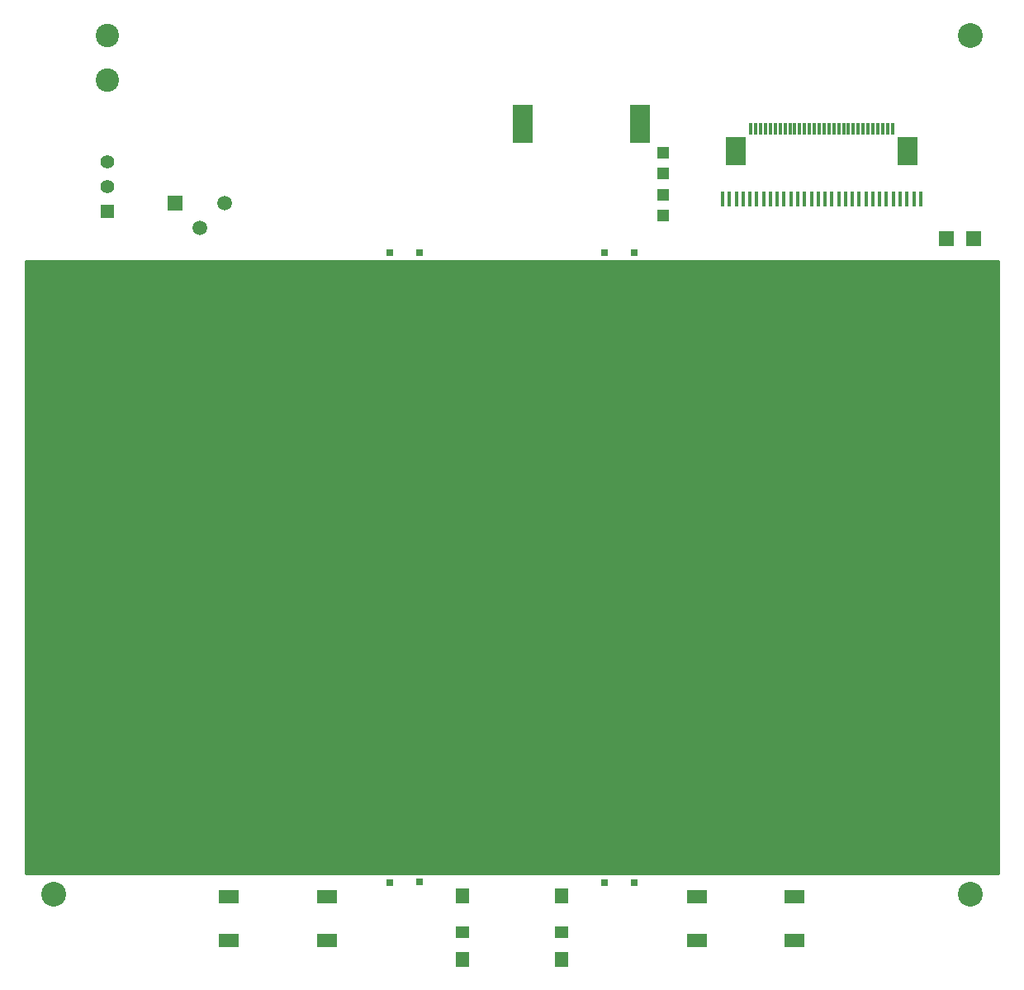
<source format=gbr>
G04 #@! TF.FileFunction,Soldermask,Top*
%FSLAX46Y46*%
G04 Gerber Fmt 4.6, Leading zero omitted, Abs format (unit mm)*
G04 Created by KiCad (PCBNEW 0.201604232031+6710~44~ubuntu14.04.1-product) date Thu 12 May 2016 08:27:13 AM CEST*
%MOMM*%
%LPD*%
G01*
G04 APERTURE LIST*
%ADD10C,0.100000*%
%ADD11R,1.400000X1.500000*%
%ADD12R,1.400000X1.300000*%
%ADD13C,1.510000*%
%ADD14R,1.510000X1.510000*%
%ADD15R,0.300000X1.250000*%
%ADD16R,2.000000X3.000000*%
%ADD17C,2.400000*%
%ADD18R,0.700000X0.800000*%
%ADD19R,1.501140X1.501140*%
%ADD20R,1.198880X1.198880*%
%ADD21R,1.397000X1.397000*%
%ADD22C,1.397000*%
%ADD23R,2.000000X4.000000*%
%ADD24C,2.540000*%
%ADD25R,0.350000X1.600000*%
%ADD26R,2.100000X1.400000*%
%ADD27C,3.200000*%
%ADD28R,2.270000X2.270000*%
%ADD29C,0.604800*%
%ADD30C,0.254000*%
G04 APERTURE END LIST*
D10*
D11*
X94900000Y-133175000D03*
X105100000Y-133175000D03*
X94900000Y-139675000D03*
X105100000Y-139675000D03*
D12*
X94900000Y-136875000D03*
X105100000Y-136875000D03*
D13*
X70536000Y-62154000D03*
D14*
X65456000Y-62154000D03*
D13*
X67996000Y-64694000D03*
D15*
X139000000Y-54500000D03*
X137000000Y-54500000D03*
X137500000Y-54500000D03*
X138500000Y-54500000D03*
X138000000Y-54500000D03*
X136000000Y-54500000D03*
X136500000Y-54500000D03*
X135500000Y-54500000D03*
X135000000Y-54500000D03*
X132000000Y-54500000D03*
X132500000Y-54500000D03*
X133500000Y-54500000D03*
X133000000Y-54500000D03*
X134500000Y-54500000D03*
X134000000Y-54500000D03*
X126500000Y-54500000D03*
X127000000Y-54500000D03*
X125500000Y-54500000D03*
X126000000Y-54500000D03*
X125000000Y-54500000D03*
X124500000Y-54500000D03*
X127500000Y-54500000D03*
X128000000Y-54500000D03*
X129000000Y-54500000D03*
X128500000Y-54500000D03*
X130500000Y-54500000D03*
X131000000Y-54500000D03*
X130000000Y-54500000D03*
X129500000Y-54500000D03*
D16*
X122960000Y-56825000D03*
X140540000Y-56825000D03*
D15*
X131500000Y-54500000D03*
D17*
X58500000Y-49500000D03*
X58500000Y-45000000D03*
D18*
X109500000Y-131800000D03*
X112500000Y-131800000D03*
X87500000Y-131800000D03*
X90500000Y-131747000D03*
X90500000Y-67200000D03*
X87500000Y-67200000D03*
X112500000Y-67200000D03*
X109500000Y-67200000D03*
D19*
X147368000Y-65813000D03*
D20*
X115494000Y-61342980D03*
X115494000Y-63441020D03*
X115494000Y-57024980D03*
X115494000Y-59123020D03*
D21*
X58500000Y-63040000D03*
D22*
X58500000Y-60500000D03*
X58500000Y-57960000D03*
D23*
X113112000Y-54010000D03*
X101112000Y-54010000D03*
D24*
X147000000Y-133000000D03*
X147000000Y-45000000D03*
X53000000Y-133000000D03*
D25*
X121600000Y-61725000D03*
X122300000Y-61725000D03*
X123000000Y-61725000D03*
X123700000Y-61725000D03*
X124400000Y-61725000D03*
X125100000Y-61725000D03*
X125800000Y-61725000D03*
X126500000Y-61725000D03*
X127200000Y-61725000D03*
X127900000Y-61725000D03*
X128600000Y-61725000D03*
X129300000Y-61725000D03*
X130000000Y-61725000D03*
X130700000Y-61725000D03*
X131400000Y-61725000D03*
X141900000Y-61725000D03*
X141200000Y-61725000D03*
X140500000Y-61725000D03*
X139800000Y-61725000D03*
X139100000Y-61725000D03*
X138400000Y-61725000D03*
X137700000Y-61725000D03*
X137000000Y-61725000D03*
X136300000Y-61725000D03*
X135600000Y-61725000D03*
X134900000Y-61725000D03*
X134200000Y-61725000D03*
X133500000Y-61725000D03*
X132800000Y-61725000D03*
X132100000Y-61725000D03*
D26*
X71000000Y-137750000D03*
X71000000Y-133250000D03*
X81000000Y-137750000D03*
X81000000Y-133250000D03*
X119000000Y-137750000D03*
X119000000Y-133250000D03*
X129000000Y-137750000D03*
X129000000Y-133250000D03*
D19*
X144574000Y-65813000D03*
D27*
X144000000Y-74000000D03*
X144000000Y-125000000D03*
X56000000Y-125000000D03*
X56000000Y-74000000D03*
D28*
X120625000Y-98125000D03*
D29*
X120625000Y-98125000D03*
D28*
X120625000Y-95375000D03*
D29*
X120625000Y-95375000D03*
D28*
X120625000Y-92625000D03*
D29*
X120625000Y-92625000D03*
D28*
X120625000Y-89875000D03*
D29*
X120625000Y-89875000D03*
D28*
X117875000Y-98125000D03*
D29*
X117875000Y-98125000D03*
D28*
X117875000Y-95375000D03*
D29*
X117875000Y-95375000D03*
D28*
X117875000Y-89875000D03*
D29*
X117875000Y-89875000D03*
D28*
X117875000Y-92625000D03*
D29*
X117875000Y-92625000D03*
D28*
X115125000Y-98125000D03*
D29*
X115125000Y-98125000D03*
D28*
X115125000Y-92625000D03*
D29*
X115125000Y-92625000D03*
D28*
X115125000Y-89875000D03*
D29*
X115125000Y-89875000D03*
D28*
X115125000Y-95375000D03*
D29*
X115125000Y-95375000D03*
D28*
X112375000Y-98125000D03*
D29*
X112375000Y-98125000D03*
D28*
X112375000Y-89875000D03*
D29*
X112375000Y-89875000D03*
D28*
X112375000Y-92625000D03*
D29*
X112375000Y-92625000D03*
D28*
X112375000Y-95375000D03*
D29*
X112375000Y-95375000D03*
D28*
X109625000Y-98125000D03*
D29*
X109625000Y-98125000D03*
D28*
X109625000Y-89875000D03*
D29*
X109625000Y-89875000D03*
D28*
X109625000Y-92625000D03*
D29*
X109625000Y-92625000D03*
D28*
X109625000Y-95375000D03*
D29*
X109625000Y-95375000D03*
D28*
X106875000Y-89875000D03*
D29*
X106875000Y-89875000D03*
D28*
X106875000Y-92625000D03*
D29*
X106875000Y-92625000D03*
D28*
X106875000Y-95375000D03*
D29*
X106875000Y-95375000D03*
D28*
X106875000Y-98125000D03*
D29*
X106875000Y-98125000D03*
D28*
X104125000Y-89875000D03*
D29*
X104125000Y-89875000D03*
D28*
X101375000Y-92625000D03*
D29*
X101375000Y-92625000D03*
D28*
X104125000Y-95375000D03*
D29*
X104125000Y-95375000D03*
D28*
X101375000Y-95375000D03*
D29*
X101375000Y-95375000D03*
D28*
X104125000Y-92625000D03*
D29*
X104125000Y-92625000D03*
D28*
X101375000Y-89875000D03*
D29*
X101375000Y-89875000D03*
D28*
X101375000Y-98125000D03*
D29*
X101375000Y-98125000D03*
D28*
X104125000Y-98125000D03*
D29*
X104125000Y-98125000D03*
D28*
X104125000Y-100875000D03*
D29*
X104125000Y-100875000D03*
D28*
X101375000Y-100875000D03*
D29*
X101375000Y-100875000D03*
D28*
X101375000Y-109125000D03*
D29*
X101375000Y-109125000D03*
D28*
X104125000Y-106375000D03*
D29*
X104125000Y-106375000D03*
D28*
X104125000Y-103625000D03*
D29*
X104125000Y-103625000D03*
D28*
X101375000Y-103625000D03*
D29*
X101375000Y-103625000D03*
D28*
X101375000Y-106375000D03*
D29*
X101375000Y-106375000D03*
D28*
X104125000Y-109125000D03*
D29*
X104125000Y-109125000D03*
D28*
X106875000Y-100875000D03*
D29*
X106875000Y-100875000D03*
D28*
X106875000Y-103625000D03*
D29*
X106875000Y-103625000D03*
D28*
X106875000Y-106375000D03*
D29*
X106875000Y-106375000D03*
D28*
X106875000Y-109125000D03*
D29*
X106875000Y-109125000D03*
D28*
X109625000Y-103625000D03*
D29*
X109625000Y-103625000D03*
D28*
X109625000Y-106375000D03*
D29*
X109625000Y-106375000D03*
D28*
X109625000Y-109125000D03*
D29*
X109625000Y-109125000D03*
D28*
X109625000Y-100875000D03*
D29*
X109625000Y-100875000D03*
D28*
X112375000Y-103625000D03*
D29*
X112375000Y-103625000D03*
D28*
X112375000Y-106375000D03*
D29*
X112375000Y-106375000D03*
D28*
X112375000Y-109125000D03*
D29*
X112375000Y-109125000D03*
D28*
X112375000Y-100875000D03*
D29*
X112375000Y-100875000D03*
D28*
X115125000Y-103625000D03*
D29*
X115125000Y-103625000D03*
D28*
X115125000Y-109125000D03*
D29*
X115125000Y-109125000D03*
D28*
X115125000Y-106375000D03*
D29*
X115125000Y-106375000D03*
D28*
X115125000Y-100875000D03*
D29*
X115125000Y-100875000D03*
D28*
X117875000Y-106375000D03*
D29*
X117875000Y-106375000D03*
D28*
X117875000Y-109125000D03*
D29*
X117875000Y-109125000D03*
D28*
X117875000Y-103625000D03*
D29*
X117875000Y-103625000D03*
D28*
X117875000Y-100875000D03*
D29*
X117875000Y-100875000D03*
D28*
X120625000Y-109125000D03*
D29*
X120625000Y-109125000D03*
D28*
X120625000Y-106375000D03*
D29*
X120625000Y-106375000D03*
D28*
X120625000Y-103625000D03*
D29*
X120625000Y-103625000D03*
D28*
X120625000Y-100875000D03*
D29*
X120625000Y-100875000D03*
D28*
X98625000Y-109125000D03*
D29*
X98625000Y-109125000D03*
D28*
X95875000Y-109125000D03*
D29*
X95875000Y-109125000D03*
D28*
X93125000Y-109125000D03*
D29*
X93125000Y-109125000D03*
D28*
X90375000Y-109125000D03*
D29*
X90375000Y-109125000D03*
D28*
X87625000Y-109125000D03*
D29*
X87625000Y-109125000D03*
D28*
X84875000Y-109125000D03*
D29*
X84875000Y-109125000D03*
D28*
X82125000Y-109125000D03*
D29*
X82125000Y-109125000D03*
D28*
X79375000Y-109125000D03*
D29*
X79375000Y-109125000D03*
D28*
X98625000Y-106375000D03*
D29*
X98625000Y-106375000D03*
D28*
X95875000Y-106375000D03*
D29*
X95875000Y-106375000D03*
D28*
X93125000Y-106375000D03*
D29*
X93125000Y-106375000D03*
D28*
X90375000Y-106375000D03*
D29*
X90375000Y-106375000D03*
D28*
X87625000Y-106375000D03*
D29*
X87625000Y-106375000D03*
D28*
X84875000Y-106375000D03*
D29*
X84875000Y-106375000D03*
D28*
X82125000Y-106375000D03*
D29*
X82125000Y-106375000D03*
D28*
X79375000Y-106375000D03*
D29*
X79375000Y-106375000D03*
D28*
X98625000Y-103625000D03*
D29*
X98625000Y-103625000D03*
D28*
X95875000Y-103625000D03*
D29*
X95875000Y-103625000D03*
D28*
X93125000Y-103625000D03*
D29*
X93125000Y-103625000D03*
D28*
X90375000Y-103625000D03*
D29*
X90375000Y-103625000D03*
D28*
X87625000Y-103625000D03*
D29*
X87625000Y-103625000D03*
D28*
X84875000Y-103625000D03*
D29*
X84875000Y-103625000D03*
D28*
X82125000Y-103625000D03*
D29*
X82125000Y-103625000D03*
D28*
X79375000Y-103625000D03*
D29*
X79375000Y-103625000D03*
D28*
X98625000Y-100875000D03*
D29*
X98625000Y-100875000D03*
D28*
X95875000Y-100875000D03*
D29*
X95875000Y-100875000D03*
D28*
X93125000Y-100875000D03*
D29*
X93125000Y-100875000D03*
D28*
X90375000Y-100875000D03*
D29*
X90375000Y-100875000D03*
D28*
X87625000Y-100875000D03*
D29*
X87625000Y-100875000D03*
D28*
X84875000Y-100875000D03*
D29*
X84875000Y-100875000D03*
D28*
X82125000Y-100875000D03*
D29*
X82125000Y-100875000D03*
D28*
X79375000Y-100875000D03*
D29*
X79375000Y-100875000D03*
D28*
X98625000Y-98125000D03*
D29*
X98625000Y-98125000D03*
D28*
X95875000Y-98125000D03*
D29*
X95875000Y-98125000D03*
D28*
X93125000Y-98125000D03*
D29*
X93125000Y-98125000D03*
D28*
X90375000Y-98125000D03*
D29*
X90375000Y-98125000D03*
D28*
X87625000Y-98125000D03*
D29*
X87625000Y-98125000D03*
D28*
X84875000Y-98125000D03*
D29*
X84875000Y-98125000D03*
D28*
X82125000Y-98125000D03*
D29*
X82125000Y-98125000D03*
D28*
X79375000Y-98125000D03*
D29*
X79375000Y-98125000D03*
D28*
X98625000Y-95375000D03*
D29*
X98625000Y-95375000D03*
D28*
X95875000Y-95375000D03*
D29*
X95875000Y-95375000D03*
D28*
X93125000Y-95375000D03*
D29*
X93125000Y-95375000D03*
D28*
X90375000Y-95375000D03*
D29*
X90375000Y-95375000D03*
D28*
X87625000Y-95375000D03*
D29*
X87625000Y-95375000D03*
D28*
X84875000Y-95375000D03*
D29*
X84875000Y-95375000D03*
D28*
X82125000Y-95375000D03*
D29*
X82125000Y-95375000D03*
D28*
X79375000Y-95375000D03*
D29*
X79375000Y-95375000D03*
D28*
X98625000Y-92625000D03*
D29*
X98625000Y-92625000D03*
D28*
X95875000Y-92625000D03*
D29*
X95875000Y-92625000D03*
D28*
X93125000Y-92625000D03*
D29*
X93125000Y-92625000D03*
D28*
X90375000Y-92625000D03*
D29*
X90375000Y-92625000D03*
D28*
X87625000Y-92625000D03*
D29*
X87625000Y-92625000D03*
D28*
X84875000Y-92625000D03*
D29*
X84875000Y-92625000D03*
D28*
X82125000Y-92625000D03*
D29*
X82125000Y-92625000D03*
D28*
X79375000Y-92625000D03*
D29*
X79375000Y-92625000D03*
D28*
X98625000Y-89875000D03*
D29*
X98625000Y-89875000D03*
D28*
X95875000Y-89875000D03*
D29*
X95875000Y-89875000D03*
D28*
X93125000Y-89875000D03*
D29*
X93125000Y-89875000D03*
D28*
X90375000Y-89875000D03*
D29*
X90375000Y-89875000D03*
D28*
X87625000Y-89875000D03*
D29*
X87625000Y-89875000D03*
D28*
X84875000Y-89875000D03*
D29*
X84875000Y-89875000D03*
D28*
X82125000Y-89875000D03*
D29*
X82125000Y-89875000D03*
D28*
X79375000Y-89875000D03*
D29*
X79375000Y-89875000D03*
D30*
G36*
X149885000Y-130869000D02*
X50139000Y-130869000D01*
X50139000Y-68123000D01*
X149885000Y-68123000D01*
X149885000Y-130869000D01*
X149885000Y-130869000D01*
G37*
X149885000Y-130869000D02*
X50139000Y-130869000D01*
X50139000Y-68123000D01*
X149885000Y-68123000D01*
X149885000Y-130869000D01*
M02*

</source>
